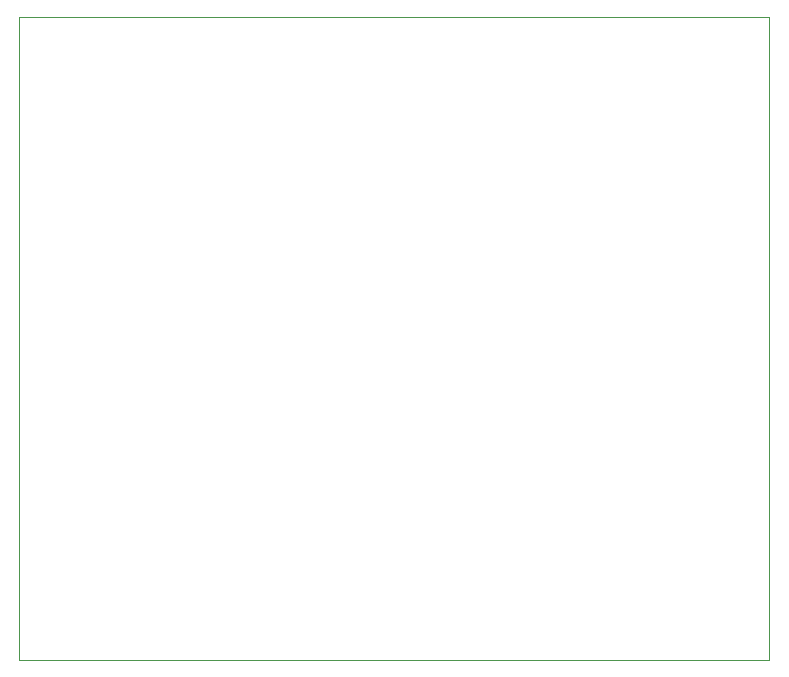
<source format=gbr>
%TF.GenerationSoftware,KiCad,Pcbnew,(6.0.4)*%
%TF.CreationDate,2022-10-15T21:28:15-07:00*%
%TF.ProjectId,RaspiCar_PCB1,52617370-6943-4617-925f-504342312e6b,rev?*%
%TF.SameCoordinates,Original*%
%TF.FileFunction,Profile,NP*%
%FSLAX46Y46*%
G04 Gerber Fmt 4.6, Leading zero omitted, Abs format (unit mm)*
G04 Created by KiCad (PCBNEW (6.0.4)) date 2022-10-15 21:28:15*
%MOMM*%
%LPD*%
G01*
G04 APERTURE LIST*
%TA.AperFunction,Profile*%
%ADD10C,0.100000*%
%TD*%
G04 APERTURE END LIST*
D10*
X209000000Y-72000000D02*
X209000000Y-126500000D01*
X145500000Y-72000000D02*
X145500000Y-126500000D01*
X145500000Y-72000000D02*
X209000000Y-72000000D01*
X145500000Y-126500000D02*
X209000000Y-126500000D01*
M02*

</source>
